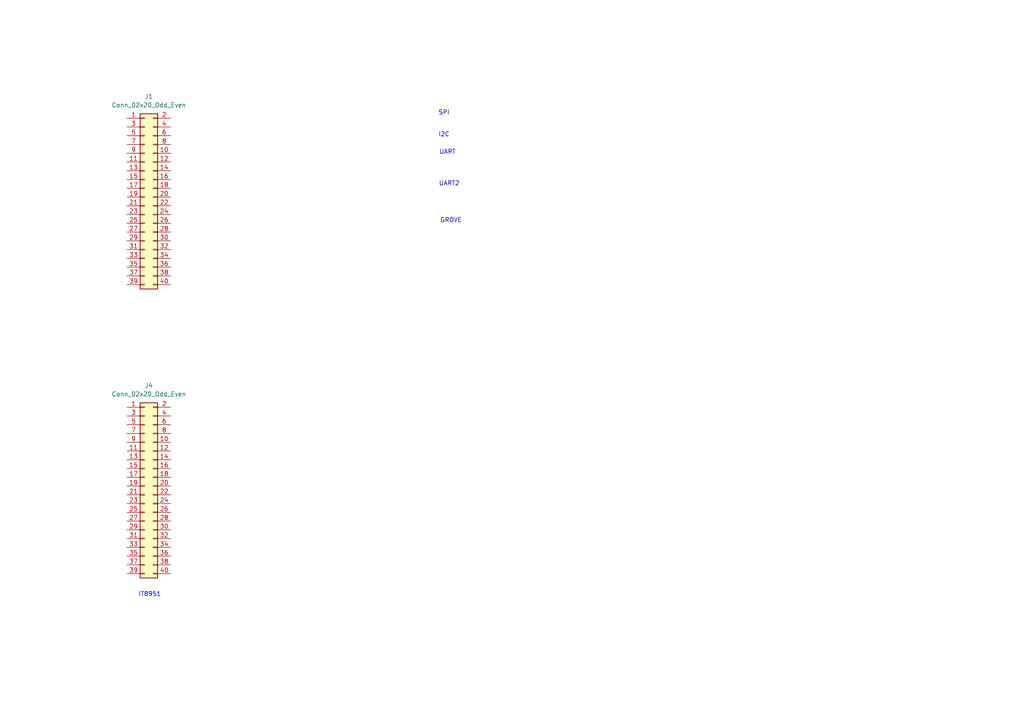
<source format=kicad_sch>
(kicad_sch (version 20231120) (generator "eeschema") (generator_version "8.0")
  (paper "A4")
  (lib_symbols
    (symbol "Connector_Generic:Conn_02x20_Odd_Even" (pin_names (offset 1.016) hide)
      (property "Reference" "J" (at 1.27 25.4 0))
      (property "Value" "Conn_02x20_Odd_Even" (at 1.27 -27.94 0))
      (symbol "Conn_02x20_Odd_Even_1_1"
        (rectangle (start -1.27 -25.273) (end 0 -25.527) (stroke (width 0.1524)))
        (rectangle (start -1.27 -22.733) (end 0 -22.987) (stroke (width 0.1524)))
        (rectangle (start -1.27 -20.193) (end 0 -20.447) (stroke (width 0.1524)))
        (rectangle (start -1.27 -17.653) (end 0 -17.907) (stroke (width 0.1524)))
        (rectangle (start -1.27 -15.113) (end 0 -15.367) (stroke (width 0.1524)))
        (rectangle (start -1.27 -12.573) (end 0 -12.827) (stroke (width 0.1524)))
        (rectangle (start -1.27 -10.033) (end 0 -10.287) (stroke (width 0.1524)))
        (rectangle (start -1.27 -7.493) (end 0 -7.747) (stroke (width 0.1524)))
        (rectangle (start -1.27 -4.953) (end 0 -5.207) (stroke (width 0.1524)))
        (rectangle (start -1.27 -2.413) (end 0 -2.667) (stroke (width 0.1524)))
        (rectangle (start -1.27 0.127) (end 0 -0.127) (stroke (width 0.1524)))
        (rectangle (start -1.27 2.667) (end 0 2.413) (stroke (width 0.1524)))
        (rectangle (start -1.27 5.207) (end 0 4.953) (stroke (width 0.1524)))
        (rectangle (start -1.27 7.747) (end 0 7.493) (stroke (width 0.1524)))
        (rectangle (start -1.27 10.287) (end 0 10.033) (stroke (width 0.1524)))
        (rectangle (start -1.27 12.827) (end 0 12.573) (stroke (width 0.1524)))
        (rectangle (start -1.27 15.367) (end 0 15.113) (stroke (width 0.1524)))
        (rectangle (start -1.27 17.907) (end 0 17.653) (stroke (width 0.1524)))
        (rectangle (start -1.27 20.447) (end 0 20.193) (stroke (width 0.1524)))
        (rectangle (start -1.27 22.987) (end 0 22.733) (stroke (width 0.1524)))
        (rectangle (start -1.27 24.13) (end 3.81 -26.67) (stroke (width 0.254)) (fill (type background)))
        (rectangle (start 3.81 -25.273) (end 2.54 -25.527) (stroke (width 0.1524)))
        (rectangle (start 3.81 -22.733) (end 2.54 -22.987) (stroke (width 0.1524)))
        (rectangle (start 3.81 -20.193) (end 2.54 -20.447) (stroke (width 0.1524)))
        (rectangle (start 3.81 -17.653) (end 2.54 -17.907) (stroke (width 0.1524)))
        (rectangle (start 3.81 -15.113) (end 2.54 -15.367) (stroke (width 0.1524)))
        (rectangle (start 3.81 -12.573) (end 2.54 -12.827) (stroke (width 0.1524)))
        (rectangle (start 3.81 -10.033) (end 2.54 -10.287) (stroke (width 0.1524)))
        (rectangle (start 3.81 -7.493) (end 2.54 -7.747) (stroke (width 0.1524)))
        (rectangle (start 3.81 -4.953) (end 2.54 -5.207) (stroke (width 0.1524)))
        (rectangle (start 3.81 -2.413) (end 2.54 -2.667) (stroke (width 0.1524)))
        (rectangle (start 3.81 0.127) (end 2.54 -0.127) (stroke (width 0.1524)))
        (rectangle (start 3.81 2.667) (end 2.54 2.413) (stroke (width 0.1524)))
        (rectangle (start 3.81 5.207) (end 2.54 4.953) (stroke (width 0.1524)))
        (rectangle (start 3.81 7.747) (end 2.54 7.493) (stroke (width 0.1524)))
        (rectangle (start 3.81 10.287) (end 2.54 10.033) (stroke (width 0.1524)))
        (rectangle (start 3.81 12.827) (end 2.54 12.573) (stroke (width 0.1524)))
        (rectangle (start 3.81 15.367) (end 2.54 15.113) (stroke (width 0.1524)))
        (rectangle (start 3.81 17.907) (end 2.54 17.653) (stroke (width 0.1524)))
        (rectangle (start 3.81 20.447) (end 2.54 20.193) (stroke (width 0.1524)))
        (rectangle (start 3.81 22.987) (end 2.54 22.733) (stroke (width 0.1524)))
        (pin passive line (at -5.08 22.86 0) (length 3.81) (name "Pin_1") (number "1"))
        (pin passive line (at 7.62 12.7 180) (length 3.81) (name "Pin_10") (number "10"))
        (pin passive line (at -5.08 10.16 0) (length 3.81) (name "Pin_11") (number "11"))
        (pin passive line (at 7.62 10.16 180) (length 3.81) (name "Pin_12") (number "12"))
        (pin passive line (at -5.08 7.62 0) (length 3.81) (name "Pin_13") (number "13"))
        (pin passive line (at 7.62 7.62 180) (length 3.81) (name "Pin_14") (number "14"))
        (pin passive line (at -5.08 5.08 0) (length 3.81) (name "Pin_15") (number "15"))
        (pin passive line (at 7.62 5.08 180) (length 3.81) (name "Pin_16") (number "16"))
        (pin passive line (at -5.08 2.54 0) (length 3.81) (name "Pin_17") (number "17"))
        (pin passive line (at 7.62 2.54 180) (length 3.81) (name "Pin_18") (number "18"))
        (pin passive line (at -5.08 0 0) (length 3.81) (name "Pin_19") (number "19"))
        (pin passive line (at 7.62 22.86 180) (length 3.81) (name "Pin_2") (number "2"))
        (pin passive line (at 7.62 0 180) (length 3.81) (name "Pin_20") (number "20"))
        (pin passive line (at -5.08 -2.54 0) (length 3.81) (name "Pin_21") (number "21"))
        (pin passive line (at 7.62 -2.54 180) (length 3.81) (name "Pin_22") (number "22"))
        (pin passive line (at -5.08 -5.08 0) (length 3.81) (name "Pin_23") (number "23"))
        (pin passive line (at 7.62 -5.08 180) (length 3.81) (name "Pin_24") (number "24"))
        (pin passive line (at -5.08 -7.62 0) (length 3.81) (name "Pin_25") (number "25"))
        (pin passive line (at 7.62 -7.62 180) (length 3.81) (name "Pin_26") (number "26"))
        (pin passive line (at -5.08 -10.16 0) (length 3.81) (name "Pin_27") (number "27"))
        (pin passive line (at 7.62 -10.16 180) (length 3.81) (name "Pin_28") (number "28"))
        (pin passive line (at -5.08 -12.7 0) (length 3.81) (name "Pin_29") (number "29"))
        (pin passive line (at -5.08 20.32 0) (length 3.81) (name "Pin_3") (number "3"))
        (pin passive line (at 7.62 -12.7 180) (length 3.81) (name "Pin_30") (number "30"))
        (pin passive line (at -5.08 -15.24 0) (length 3.81) (name "Pin_31") (number "31"))
        (pin passive line (at 7.62 -15.24 180) (length 3.81) (name "Pin_32") (number "32"))
        (pin passive line (at -5.08 -17.78 0) (length 3.81) (name "Pin_33") (number "33"))
        (pin passive line (at 7.62 -17.78 180) (length 3.81) (name "Pin_34") (number "34"))
        (pin passive line (at -5.08 -20.32 0) (length 3.81) (name "Pin_35") (number "35"))
        (pin passive line (at 7.62 -20.32 180) (length 3.81) (name "Pin_36") (number "36"))
        (pin passive line (at -5.08 -22.86 0) (length 3.81) (name "Pin_37") (number "37"))
        (pin passive line (at 7.62 -22.86 180) (length 3.81) (name "Pin_38") (number "38"))
        (pin passive line (at -5.08 -25.4 0) (length 3.81) (name "Pin_39") (number "39"))
        (pin passive line (at 7.62 20.32 180) (length 3.81) (name "Pin_4") (number "4"))
        (pin passive line (at 7.62 -25.4 180) (length 3.81) (name "Pin_40") (number "40"))
        (pin passive line (at -5.08 17.78 0) (length 3.81) (name "Pin_5") (number "5"))
        (pin passive line (at 7.62 17.78 180) (length 3.81) (name "Pin_6") (number "6"))
        (pin passive line (at -5.08 15.24 0) (length 3.81) (name "Pin_7") (number "7"))
        (pin passive line (at 7.62 15.24 180) (length 3.81) (name "Pin_8") (number "8"))
        (pin passive line (at -5.08 12.7 0) (length 3.81) (name "Pin_9") (number "9"))
      )
    )
  )
  (text "IT8951" (at 43.434 172.466 0) (effects (font (size 1.27 1.27))))
  (text "I2C" (at 128.778 39.116 0) (effects (font (size 1.27 1.27))))
  (text "UART" (at 129.794 44.196 0) (effects (font (size 1.27 1.27))))
  (text "GROVE" (at 130.81 64.008 0) (effects (font (size 1.27 1.27))))
  (text "UART2" (at 130.302 53.34 0) (effects (font (size 1.27 1.27))))
  (text "SPI" (at 128.778 32.766 0) (effects (font (size 1.27 1.27))))
  (symbol (lib_id "Connector_Generic:Conn_02x20_Odd_Even") (at 41.91 57.15 0) (unit 1)
    (property "Reference" "J1" (at 43.18 27.94 0))
    (property "Value" "Conn_02x20_Odd_Even" (at 43.18 30.48 0))
    (property "Footprint" "Connector_PinHeader_2.54mm:PinHeader_2x20_P2.54mm_Vertical" (effects (hide yes)))
    (property "Description" "Generic connector, double row, 02x20, odd/even pin numbering scheme (row 1 odd numbers, row 2 even numbers), script generated (kicad-library-utils/schlib/autogen/connector/)" (effects (hide yes)))
  )
  (symbol (lib_id "Connector_Generic:Conn_02x20_Odd_Even") (at 41.91 140.97 0) (unit 1)
    (property "Reference" "J4" (at 43.18 111.76 0))
    (property "Value" "Conn_02x20_Odd_Even" (at 43.18 114.3 0))
    (property "Footprint" "Connector_PinHeader_2.54mm:PinHeader_2x20_P2.54mm_Vertical" (effects (hide yes)))
    (property "Description" "Generic connector, double row, 02x20, odd/even pin numbering scheme (row 1 odd numbers, row 2 even numbers), script generated (kicad-library-utils/schlib/autogen/connector/)" (effects (hide yes)))
  )
)
</source>
